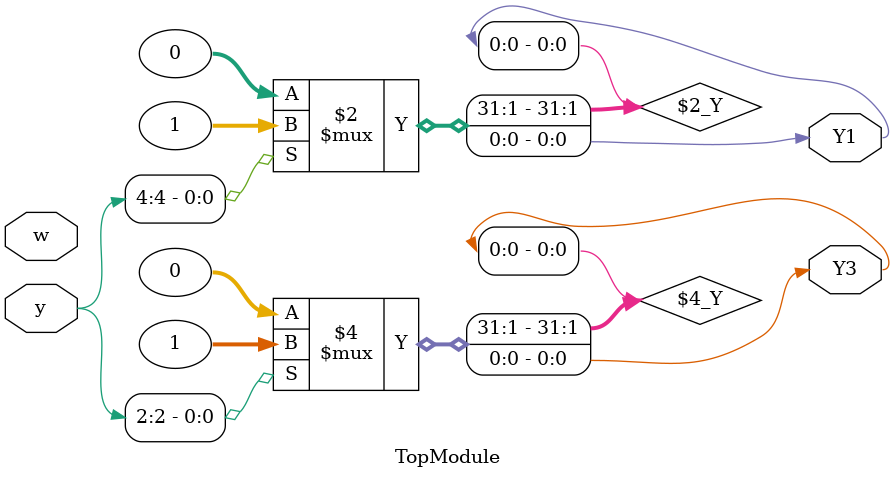
<source format=sv>


module TopModule (
  input [5:0] y,
  input w,
  output Y1,
  output Y3
);

assign Y1 = (y[4] == 1) ? 1 : 0;
assign Y3 = (y[2] == 1) ? 1 : 0;
endmodule

</source>
